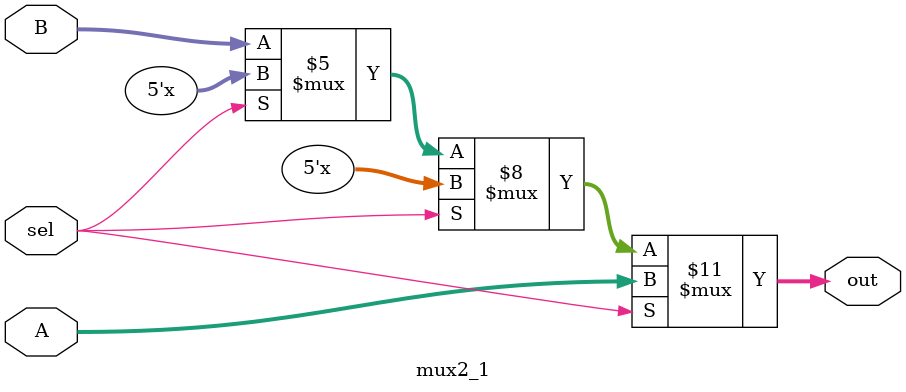
<source format=v>
`timescale 1ns/1ps
module mux2_1(
	input [4:0]A,
	input [4:0]B,
	input sel,
	output reg [4:0]out
);



always @(*)
begin
	if(sel == 1)
	begin
		out = A;
	end 
	else if (sel == 0)
	begin
		out = B;
	end
end

endmodule
</source>
